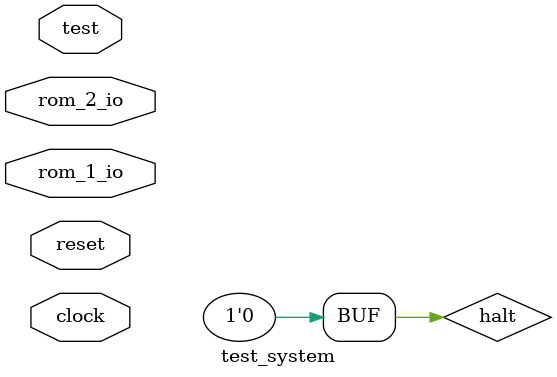
<source format=v>
`default_nettype none

module test_system(
    input clock,
    input reset,
    input test,
    input [3:0] rom_1_io,
    input [3:0] rom_2_io
);

wire [3:0] data;
wire sync;
wire rom_cmd;
wire [3:0] ram_cmd_n;
wire [3:0] rom_3_io;
wire [3:0] rom_4_io;
wire [3:0] rom_5_io;
wire [3:0] ram_out;

wire halt;
assign halt = 1'b0;

assign data = cpu_data_en ? cpu_data_o
            : rom_1_data_en ? rom_1_data_o
            : rom_2_data_en ? rom_2_data_o
            : rom_3_data_en ? rom_3_data_o
            : rom_4_data_en ? rom_4_data_o
            : rom_5_data_en ? rom_5_data_o
            : ram_1_data_en ? ram_1_data_o
            : ram_2_data_en ? ram_2_data_o
            : 4'h0;

wire [3:0] cpu_data_o;
wire cpu_data_en;

wire [3:0] rom_1_data_o;
wire [3:0] rom_2_data_o;
wire [3:0] rom_3_data_o;
wire [3:0] rom_4_data_o;
wire [3:0] rom_5_data_o;
wire rom_1_data_en, rom_2_data_en, rom_3_data_en, rom_4_data_en, rom_5_data_en;

wire [3:0] ram_1_data_o;
wire ram_1_data_en;
wire [3:0] ram_2_data_o;
wire ram_2_data_en;

cpu_PROJECT_ID cpu(
    .clock(clock),
    .reset(reset),
    .halt(halt),
    .data_i(data),
    .data_o(cpu_data_o),
    .data_en(cpu_data_en),
    .test(test),
    .sync(sync),
    .rom_cmd(rom_cmd),
    .ram_cmd_n(ram_cmd_n)
);

test_rom #(.CHIP_ID(4'h0), .ROM_FILE("rom_0.hex")) rom_1 (
    .clock(clock),
    .reset(reset),
    .halt(halt),
    .data_i(data),
    .data_o(rom_1_data_o),
    .data_en(rom_1_data_en),
    .sync(sync),
    .cmd(rom_cmd),
    .in(rom_1_io),

    // unconnected backdoor
    .wb_data_i(32'h0),
    .wb_addr_i(32'h0),
    .wb_cyc_i(1'h0),
    .wb_strobe_i(1'h0),
    .wb_we_i(1'h0),
    .wb_data_o(),
    .wb_ack_o()
);

test_rom #(.CHIP_ID(4'h1), .ROM_FILE("rom_1.hex")) rom_2 (
    .clock(clock),
    .reset(reset),
    .halt(halt),
    .data_i(data),
    .data_o(rom_2_data_o),
    .data_en(rom_2_data_en),
    .sync(sync),
    .cmd(rom_cmd),
    .in(rom_2_io),

    // unconnected backdoor
    .wb_data_i(32'h0),
    .wb_addr_i(32'h0),
    .wb_cyc_i(1'h0),
    .wb_strobe_i(1'h0),
    .wb_we_i(1'h0),
    .wb_data_o(),
    .wb_ack_o()
);

test_rom #(.CHIP_ID(4'h2), .ROM_FILE("rom_2.hex")) rom_3 (
    .clock(clock),
    .reset(reset),
    .halt(halt),
    .data_i(data),
    .data_o(rom_3_data_o),
    .data_en(rom_3_data_en),
    .sync(sync),
    .cmd(rom_cmd),
    .in(rom_3_io),

    // unconnected backdoor
    .wb_data_i(32'h0),
    .wb_addr_i(32'h0),
    .wb_cyc_i(1'h0),
    .wb_strobe_i(1'h0),
    .wb_we_i(1'h0),
    .wb_data_o(),
    .wb_ack_o()
);

test_rom #(.CHIP_ID(4'h3), .ROM_FILE("rom_3.hex")) rom_4 (
    .clock(clock),
    .reset(reset),
    .halt(halt),
    .data_i(data),
    .data_o(rom_4_data_o),
    .data_en(rom_4_data_en),
    .sync(sync),
    .cmd(rom_cmd),
    .in(rom_4_io),

    // unconnected backdoor
    .wb_data_i(32'h0),
    .wb_addr_i(32'h0),
    .wb_cyc_i(1'h0),
    .wb_strobe_i(1'h0),
    .wb_we_i(1'h0),
    .wb_data_o(),
    .wb_ack_o()
);

test_rom #(.CHIP_ID(4'h4), .ROM_FILE("rom_4.hex")) rom_5 (
    .clock(clock),
    .reset(reset),
    .halt(halt),
    .data_i(data),
    .data_o(rom_5_data_o),
    .data_en(rom_5_data_en),
    .sync(sync),
    .cmd(rom_cmd),
    .in(rom_5_io),

    // unconnected backdoor
    .wb_data_i(32'h0),
    .wb_addr_i(32'h0),
    .wb_cyc_i(1'h0),
    .wb_strobe_i(1'h0),
    .wb_we_i(1'h0),
    .wb_data_o(),
    .wb_ack_o()
);

test_ram ram_1(
    .clock(clock),
    .reset(reset),
    .halt(halt),
    .data_i(data),
    .data_o(ram_1_data_o),
    .data_en(ram_1_data_en),
    .sync(sync),
    .cmd_n(ram_cmd_n[0]),
    .out(ram_out),
    .p0(1'b0),

    // unconnected backdoor
    .wb_data_i(32'h0),
    .wb_addr_i(32'h0),
    .wb_cyc_i(1'h0),
    .wb_strobe_i(1'h0),
    .wb_we_i(1'h0),
    .wb_data_o(),
    .wb_ack_o()
);

test_ram ram_2(
    .clock(clock),
    .reset(reset),
    .halt(halt),
    .data_i(data),
    .data_o(ram_2_data_o),
    .data_en(ram_2_data_en),
    .sync(sync),
    .cmd_n(ram_cmd_n[0]),
    .out(ram_out),
    .p0(1'b1),

    // unconnected backdoor
    .wb_data_i(32'h0),
    .wb_addr_i(32'h0),
    .wb_cyc_i(1'h0),
    .wb_strobe_i(1'h0),
    .wb_we_i(1'h0),
    .wb_data_o(),
    .wb_ack_o()
);

endmodule

</source>
